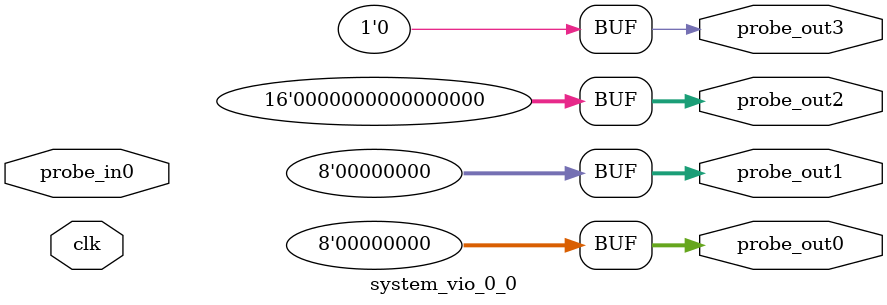
<source format=v>
`timescale 1ns / 1ps
module system_vio_0_0 (
clk,
probe_in0,
probe_out0,
probe_out1,
probe_out2,
probe_out3
);

input clk;
input [4 : 0] probe_in0;

output reg [7 : 0] probe_out0 = 'h00 ;
output reg [7 : 0] probe_out1 = 'h00 ;
output reg [15 : 0] probe_out2 = 'h0000 ;
output reg [0 : 0] probe_out3 = 'h0 ;


endmodule

</source>
